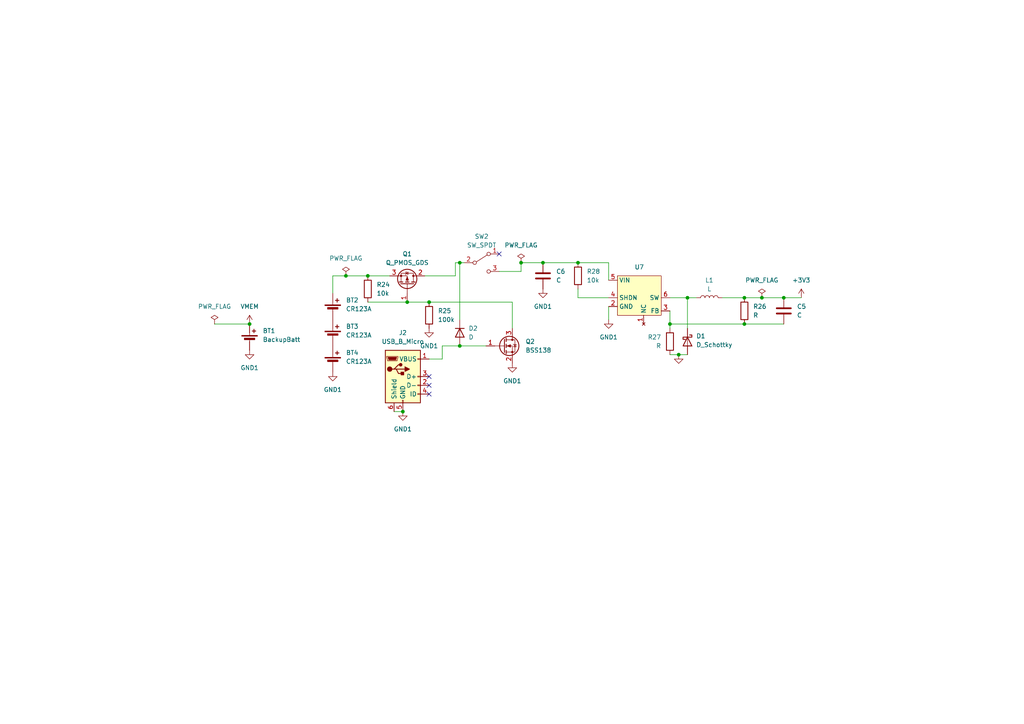
<source format=kicad_sch>
(kicad_sch (version 20230121) (generator eeschema)
  (paper "A4")
  (lib_symbols
    (symbol "Connector:USB_B_Micro" (pin_names (offset 1.016))
      (property "Reference" "J" (at -5.08 11.43 0))
      (property "Value" "USB_B_Micro" (at -5.08 8.89 0))
      (symbol "USB_B_Micro_0_1"
        (rectangle (start -5.08 -7.62) (end 5.08 7.62) (stroke (width 0.254)) (fill (type background)))
        (circle (center -3.81 2.159) (radius 0.635) (stroke (width 0.254)) (fill (type outline)))
        (circle (center -0.635 3.429) (radius 0.381) (stroke (width 0.254)) (fill (type outline)))
        (rectangle (start -0.127 -7.62) (end 0.127 -6.858))
        (polyline (pts (xy -1.905 2.159) (xy 0.635 2.159)) (stroke (width 0.254)))
        (polyline (pts (xy -3.175 2.159) (xy -2.54 2.159) (xy -1.27 3.429) (xy -0.635 3.429)) (stroke (width 0.254)))
        (polyline (pts (xy -2.54 2.159) (xy -1.905 2.159) (xy -1.27 0.889) (xy 0 0.889)) (stroke (width 0.254)))
        (polyline (pts (xy 0.635 2.794) (xy 0.635 1.524) (xy 1.905 2.159) (xy 0.635 2.794)) (stroke (width 0.254)) (fill (type outline)))
        (polyline (pts (xy -4.318 5.588) (xy -1.778 5.588) (xy -2.032 4.826) (xy -4.064 4.826) (xy -4.318 5.588)) (fill (type outline)))
        (polyline (pts (xy -4.699 5.842) (xy -4.699 5.588) (xy -4.445 4.826) (xy -4.445 4.572) (xy -1.651 4.572) (xy -1.651 4.826) (xy -1.397 5.588) (xy -1.397 5.842) (xy -4.699 5.842)))
        (rectangle (start 0.254 1.27) (end -0.508 0.508) (stroke (width 0.254)) (fill (type outline)))
        (rectangle (start 5.08 -5.207) (end 4.318 -4.953))
        (rectangle (start 5.08 -2.667) (end 4.318 -2.413))
        (rectangle (start 5.08 -0.127) (end 4.318 0.127))
        (rectangle (start 5.08 4.953) (end 4.318 5.207))
      )
      (symbol "USB_B_Micro_1_1"
        (pin power_out line (at 7.62 5.08 180) (length 2.54) (name "VBUS") (number "1"))
        (pin bidirectional line (at 7.62 -2.54 180) (length 2.54) (name "D-") (number "2"))
        (pin bidirectional line (at 7.62 0 180) (length 2.54) (name "D+") (number "3"))
        (pin passive line (at 7.62 -5.08 180) (length 2.54) (name "ID") (number "4"))
        (pin power_out line (at 0 -10.16 90) (length 2.54) (name "GND") (number "5"))
        (pin passive line (at -2.54 -10.16 90) (length 2.54) (name "Shield") (number "6"))
      )
    )
    (symbol "Device:Battery_Cell" (pin_numbers hide) (pin_names (offset 0) hide)
      (property "Reference" "BT" (at 2.54 2.54 0))
      (property "Value" "Battery_Cell" (at 2.54 0 0))
      (symbol "Battery_Cell_0_1"
        (rectangle (start -2.286 1.778) (end 2.286 1.524) (fill (type outline)))
        (rectangle (start -1.524 1.016) (end 1.524 0.508) (fill (type outline)))
        (polyline (pts (xy 0 0.762) (xy 0 0)))
        (polyline (pts (xy 0 1.778) (xy 0 2.54)))
        (polyline (pts (xy 0.762 3.048) (xy 1.778 3.048)) (stroke (width 0.254)))
        (polyline (pts (xy 1.27 3.556) (xy 1.27 2.54)) (stroke (width 0.254)))
      )
      (symbol "Battery_Cell_1_1"
        (pin passive line (at 0 5.08 270) (length 2.54) (name "+") (number "1"))
        (pin passive line (at 0 -2.54 90) (length 2.54) (name "-") (number "2"))
      )
    )
    (symbol "Device:C" (pin_numbers hide) (pin_names (offset 0.254))
      (property "Reference" "C" (at 0.635 2.54 0))
      (property "Value" "C" (at 0.635 -2.54 0))
      (symbol "C_0_1"
        (polyline (pts (xy -2.032 -0.762) (xy 2.032 -0.762)) (stroke (width 0.508)))
        (polyline (pts (xy -2.032 0.762) (xy 2.032 0.762)) (stroke (width 0.508)))
      )
      (symbol "C_1_1"
        (pin passive line (at 0 3.81 270) (length 2.794) (name "~") (number "1"))
        (pin passive line (at 0 -3.81 90) (length 2.794) (name "~") (number "2"))
      )
    )
    (symbol "Device:D" (pin_numbers hide) (pin_names (offset 1.016) hide)
      (property "Reference" "D" (at 0 2.54 0))
      (property "Value" "D" (at 0 -2.54 0))
      (symbol "D_0_1"
        (polyline (pts (xy -1.27 1.27) (xy -1.27 -1.27)) (stroke (width 0.254)))
        (polyline (pts (xy 1.27 0) (xy -1.27 0)))
        (polyline (pts (xy 1.27 1.27) (xy 1.27 -1.27) (xy -1.27 0) (xy 1.27 1.27)) (stroke (width 0.254)))
      )
      (symbol "D_1_1"
        (pin passive line (at -3.81 0 0) (length 2.54) (name "K") (number "1"))
        (pin passive line (at 3.81 0 180) (length 2.54) (name "A") (number "2"))
      )
    )
    (symbol "Device:D_Schottky" (pin_numbers hide) (pin_names (offset 1.016) hide)
      (property "Reference" "D" (at 0 2.54 0))
      (property "Value" "D_Schottky" (at 0 -2.54 0))
      (symbol "D_Schottky_0_1"
        (polyline (pts (xy 1.27 0) (xy -1.27 0)))
        (polyline (pts (xy 1.27 1.27) (xy 1.27 -1.27) (xy -1.27 0) (xy 1.27 1.27)) (stroke (width 0.254)))
        (polyline (pts (xy -1.905 0.635) (xy -1.905 1.27) (xy -1.27 1.27) (xy -1.27 -1.27) (xy -0.635 -1.27) (xy -0.635 -0.635)) (stroke (width 0.254)))
      )
      (symbol "D_Schottky_1_1"
        (pin passive line (at -3.81 0 0) (length 2.54) (name "K") (number "1"))
        (pin passive line (at 3.81 0 180) (length 2.54) (name "A") (number "2"))
      )
    )
    (symbol "Device:L" (pin_numbers hide) (pin_names (offset 1.016) hide)
      (property "Reference" "L" (at -1.27 0 90))
      (property "Value" "L" (at 1.905 0 90))
      (symbol "L_0_1"
        (arc (start 0 -2.54) (mid 0.6323 -1.905) (end 0 -1.27))
        (arc (start 0 -1.27) (mid 0.6323 -0.635) (end 0 0))
        (arc (start 0 0) (mid 0.6323 0.635) (end 0 1.27))
        (arc (start 0 1.27) (mid 0.6323 1.905) (end 0 2.54))
      )
      (symbol "L_1_1"
        (pin passive line (at 0 3.81 270) (length 1.27) (name "1") (number "1"))
        (pin passive line (at 0 -3.81 90) (length 1.27) (name "2") (number "2"))
      )
    )
    (symbol "Device:Q_PMOS_GDS" (pin_names (offset 0) hide)
      (property "Reference" "Q" (at 5.08 1.27 0))
      (property "Value" "Q_PMOS_GDS" (at 5.08 -1.27 0))
      (symbol "Q_PMOS_GDS_0_1"
        (polyline (pts (xy 0.254 0) (xy -2.54 0)))
        (polyline (pts (xy 0.254 1.905) (xy 0.254 -1.905)) (stroke (width 0.254)))
        (polyline (pts (xy 0.762 -1.27) (xy 0.762 -2.286)) (stroke (width 0.254)))
        (polyline (pts (xy 0.762 0.508) (xy 0.762 -0.508)) (stroke (width 0.254)))
        (polyline (pts (xy 0.762 2.286) (xy 0.762 1.27)) (stroke (width 0.254)))
        (polyline (pts (xy 2.54 2.54) (xy 2.54 1.778)))
        (polyline (pts (xy 2.54 -2.54) (xy 2.54 0) (xy 0.762 0)))
        (polyline (pts (xy 0.762 1.778) (xy 3.302 1.778) (xy 3.302 -1.778) (xy 0.762 -1.778)))
        (polyline (pts (xy 2.286 0) (xy 1.27 0.381) (xy 1.27 -0.381) (xy 2.286 0)) (fill (type outline)))
        (polyline (pts (xy 2.794 -0.508) (xy 2.921 -0.381) (xy 3.683 -0.381) (xy 3.81 -0.254)))
        (polyline (pts (xy 3.302 -0.381) (xy 2.921 0.254) (xy 3.683 0.254) (xy 3.302 -0.381)))
        (circle (center 1.651 0) (radius 2.794) (stroke (width 0.254)))
        (circle (center 2.54 -1.778) (radius 0.254) (fill (type outline)))
        (circle (center 2.54 1.778) (radius 0.254) (fill (type outline)))
      )
      (symbol "Q_PMOS_GDS_1_1"
        (pin input line (at -5.08 0 0) (length 2.54) (name "G") (number "1"))
        (pin passive line (at 2.54 5.08 270) (length 2.54) (name "D") (number "2"))
        (pin passive line (at 2.54 -5.08 90) (length 2.54) (name "S") (number "3"))
      )
    )
    (symbol "Device:R" (pin_numbers hide) (pin_names (offset 0))
      (property "Reference" "R" (at 2.032 0 90))
      (property "Value" "R" (at 0 0 90))
      (symbol "R_0_1"
        (rectangle (start -1.016 -2.54) (end 1.016 2.54) (stroke (width 0.254)))
      )
      (symbol "R_1_1"
        (pin passive line (at 0 3.81 270) (length 1.27) (name "~") (number "1"))
        (pin passive line (at 0 -3.81 90) (length 1.27) (name "~") (number "2"))
      )
    )
    (symbol "Switch:SW_SPDT" (pin_names (offset 0) hide)
      (property "Reference" "SW" (at 0 4.318 0))
      (property "Value" "SW_SPDT" (at 0 -5.08 0))
      (symbol "SW_SPDT_0_0"
        (circle (center -2.032 0) (radius 0.508))
        (circle (center 2.032 -2.54) (radius 0.508))
      )
      (symbol "SW_SPDT_0_1"
        (polyline (pts (xy -1.524 0.254) (xy 1.651 2.286)))
        (circle (center 2.032 2.54) (radius 0.508))
      )
      (symbol "SW_SPDT_1_1"
        (pin passive line (at 5.08 2.54 180) (length 2.54) (name "A") (number "1"))
        (pin passive line (at -5.08 0 0) (length 2.54) (name "B") (number "2"))
        (pin passive line (at 5.08 -2.54 180) (length 2.54) (name "C") (number "3"))
      )
    )
    (symbol "Transistor_FET:BSS138" (pin_names hide)
      (property "Reference" "Q" (at 5.08 1.905 0))
      (property "Value" "BSS138" (at 5.08 0 0))
      (symbol "BSS138_0_1"
        (polyline (pts (xy 0.254 0) (xy -2.54 0)))
        (polyline (pts (xy 0.254 1.905) (xy 0.254 -1.905)) (stroke (width 0.254)))
        (polyline (pts (xy 0.762 -1.27) (xy 0.762 -2.286)) (stroke (width 0.254)))
        (polyline (pts (xy 0.762 0.508) (xy 0.762 -0.508)) (stroke (width 0.254)))
        (polyline (pts (xy 0.762 2.286) (xy 0.762 1.27)) (stroke (width 0.254)))
        (polyline (pts (xy 2.54 2.54) (xy 2.54 1.778)))
        (polyline (pts (xy 2.54 -2.54) (xy 2.54 0) (xy 0.762 0)))
        (polyline (pts (xy 0.762 -1.778) (xy 3.302 -1.778) (xy 3.302 1.778) (xy 0.762 1.778)))
        (polyline (pts (xy 1.016 0) (xy 2.032 0.381) (xy 2.032 -0.381) (xy 1.016 0)) (fill (type outline)))
        (polyline (pts (xy 2.794 0.508) (xy 2.921 0.381) (xy 3.683 0.381) (xy 3.81 0.254)))
        (polyline (pts (xy 3.302 0.381) (xy 2.921 -0.254) (xy 3.683 -0.254) (xy 3.302 0.381)))
        (circle (center 1.651 0) (radius 2.794) (stroke (width 0.254)))
        (circle (center 2.54 -1.778) (radius 0.254) (fill (type outline)))
        (circle (center 2.54 1.778) (radius 0.254) (fill (type outline)))
      )
      (symbol "BSS138_1_1"
        (pin input line (at -5.08 0 0) (length 2.54) (name "G") (number "1"))
        (pin passive line (at 2.54 -5.08 90) (length 2.54) (name "S") (number "2"))
        (pin passive line (at 2.54 5.08 270) (length 2.54) (name "D") (number "3"))
      )
    )
    (symbol "balloon_lib:NJW1616F1-AT"
      (property "Reference" "U" (at 0 8.89 0))
      (symbol "NJW1616F1-AT_1_1"
        (rectangle (start -6.35 7.62) (end 6.35 -3.81) (fill (type background)))
        (pin no_connect line (at 1.27 -6.35 90) (length 2.54) (name "NC") (number "1"))
        (pin passive line (at -8.89 -1.27 0) (length 2.54) (name "GND") (number "2"))
        (pin input line (at 8.89 -2.54 180) (length 2.54) (name "FB") (number "3"))
        (pin input line (at -8.89 1.27 0) (length 2.54) (name "SHDN") (number "4"))
        (pin power_in line (at -8.89 6.35 0) (length 2.54) (name "VIN") (number "5"))
        (pin power_out line (at 8.89 1.27 180) (length 2.54) (name "SW") (number "6"))
      )
    )
    (symbol "power:+3V3" (power) (pin_names (offset 0))
      (property "Value" "+3V3" (at 0 3.556 0))
      (symbol "+3V3_0_1"
        (polyline (pts (xy -0.762 1.27) (xy 0 2.54)))
        (polyline (pts (xy 0 0) (xy 0 2.54)))
        (polyline (pts (xy 0 2.54) (xy 0.762 1.27)))
      )
      (symbol "+3V3_1_1"
        (pin power_in line (at 0 0 90) (length 0) hide (name "+3V3") (number "1"))
      )
    )
    (symbol "power:GND1" (power) (pin_names (offset 0))
      (property "Value" "GND1" (at 0 -3.81 0))
      (symbol "GND1_0_1"
        (polyline (pts (xy 0 0) (xy 0 -1.27) (xy 1.27 -1.27) (xy 0 -2.54) (xy -1.27 -1.27) (xy 0 -1.27)))
      )
      (symbol "GND1_1_1"
        (pin power_in line (at 0 0 270) (length 0) hide (name "GND1") (number "1"))
      )
    )
    (symbol "power:PWR_FLAG" (power) (pin_numbers hide) (pin_names (offset 0) hide)
      (property "Value" "PWR_FLAG" (at 0 3.81 0))
      (symbol "PWR_FLAG_0_0"
        (pin power_out line (at 0 0 90) (length 0) (name "pwr") (number "1"))
      )
      (symbol "PWR_FLAG_0_1"
        (polyline (pts (xy 0 0) (xy 0 1.27) (xy -1.016 1.905) (xy 0 2.54) (xy 1.016 1.905) (xy 0 1.27)))
      )
    )
    (symbol "power:VMEM" (power) (pin_names (offset 0))
      (property "Value" "VMEM" (at 0 3.81 0))
      (symbol "VMEM_0_1"
        (polyline (pts (xy -0.762 1.27) (xy 0 2.54)))
        (polyline (pts (xy 0 0) (xy 0 2.54)))
        (polyline (pts (xy 0 2.54) (xy 0.762 1.27)))
      )
      (symbol "VMEM_1_1"
        (pin power_in line (at 0 0 90) (length 0) hide (name "VMEM") (number "1"))
      )
    )
  )
  (junction (at 167.64 76.2))
  (junction (at 124.46 87.63))
  (junction (at 118.11 87.63))
  (junction (at 116.84 119.38))
  (junction (at 133.35 76.2))
  (junction (at 220.98 86.36))
  (junction (at 196.85 102.87))
  (junction (at 199.39 86.36))
  (junction (at 72.39 93.98))
  (junction (at 151.13 76.2))
  (junction (at 215.9 86.36))
  (junction (at 106.68 80.01))
  (junction (at 157.48 76.2))
  (junction (at 215.9 93.98))
  (junction (at 227.33 86.36))
  (junction (at 194.31 93.98))
  (junction (at 100.33 80.01))
  (junction (at 133.35 100.33))
  (no_connect (at 124.46 114.3))
  (no_connect (at 144.78 73.66))
  (no_connect (at 124.46 111.76))
  (no_connect (at 124.46 109.22))
  (wire (pts (xy 196.85 102.87) (xy 199.39 102.87)))
  (wire (pts (xy 176.53 92.71) (xy 176.53 88.9)))
  (wire (pts (xy 194.31 93.98) (xy 215.9 93.98)))
  (wire (pts (xy 167.64 86.36) (xy 176.53 86.36)))
  (wire (pts (xy 128.27 100.33) (xy 128.27 104.14)))
  (wire (pts (xy 201.93 86.36) (xy 199.39 86.36)))
  (wire (pts (xy 114.3 119.38) (xy 116.84 119.38)))
  (wire (pts (xy 132.08 80.01) (xy 132.08 76.2)))
  (wire (pts (xy 118.11 87.63) (xy 124.46 87.63)))
  (wire (pts (xy 194.31 102.87) (xy 196.85 102.87)))
  (wire (pts (xy 151.13 76.2) (xy 157.48 76.2)))
  (wire (pts (xy 194.31 93.98) (xy 194.31 95.25)))
  (wire (pts (xy 133.35 76.2) (xy 133.35 92.71)))
  (wire (pts (xy 209.55 86.36) (xy 215.9 86.36)))
  (wire (pts (xy 199.39 95.25) (xy 199.39 86.36)))
  (wire (pts (xy 133.35 76.2) (xy 134.62 76.2)))
  (wire (pts (xy 96.52 80.01) (xy 96.52 85.09)))
  (wire (pts (xy 123.19 80.01) (xy 132.08 80.01)))
  (wire (pts (xy 128.27 100.33) (xy 133.35 100.33)))
  (wire (pts (xy 215.9 93.98) (xy 227.33 93.98)))
  (wire (pts (xy 106.68 87.63) (xy 118.11 87.63)))
  (wire (pts (xy 167.64 76.2) (xy 176.53 76.2)))
  (wire (pts (xy 100.33 80.01) (xy 96.52 80.01)))
  (wire (pts (xy 106.68 80.01) (xy 113.03 80.01)))
  (wire (pts (xy 167.64 83.82) (xy 167.64 86.36)))
  (wire (pts (xy 199.39 86.36) (xy 194.31 86.36)))
  (wire (pts (xy 157.48 76.2) (xy 167.64 76.2)))
  (wire (pts (xy 151.13 78.74) (xy 151.13 76.2)))
  (wire (pts (xy 133.35 100.33) (xy 140.97 100.33)))
  (wire (pts (xy 194.31 90.17) (xy 194.31 93.98)))
  (wire (pts (xy 124.46 104.14) (xy 128.27 104.14)))
  (wire (pts (xy 132.08 76.2) (xy 133.35 76.2)))
  (wire (pts (xy 148.59 87.63) (xy 148.59 95.25)))
  (wire (pts (xy 220.98 86.36) (xy 227.33 86.36)))
  (wire (pts (xy 106.68 80.01) (xy 100.33 80.01)))
  (wire (pts (xy 176.53 76.2) (xy 176.53 81.28)))
  (wire (pts (xy 232.41 86.36) (xy 227.33 86.36)))
  (wire (pts (xy 144.78 78.74) (xy 151.13 78.74)))
  (wire (pts (xy 215.9 86.36) (xy 220.98 86.36)))
  (wire (pts (xy 62.23 93.98) (xy 72.39 93.98)))
  (wire (pts (xy 124.46 87.63) (xy 148.59 87.63)))
  (symbol (lib_id "Device:C") (at 157.48 80.01 0) (unit 1)
    (property "Reference" "C6" (at 161.29 78.74 0) (effects (justify left)))
    (property "Value" "C" (at 161.29 81.28 0) (effects (justify left)))
    (instances (project "balloon" (path "" (reference "C6") (unit 1)) (path "" (reference "C1") (unit 1))))
  )
  (symbol (lib_id "balloon_lib:NJW1616F1-AT") (at 185.42 87.63 0) (unit 1)
    (property "Reference" "U7" (at 185.42 77.47 0))
    (property "Value" "~" (at 184.15 86.36 0))
    (instances (project "balloon" (path "" (reference "U7") (unit 1)) (path "" (reference "U6") (unit 1))))
  )
  (symbol (lib_id "power:GND1") (at 116.84 119.38 0) (unit 1)
    (property "Reference" "#PWR022" (effects hide))
    (property "Value" "GND1" (at 116.84 124.46 0))
    (instances (project "balloon" (path "" (reference "#PWR022") (unit 1)) (path "" (reference "#PWR020") (unit 1))))
  )
  (symbol (lib_id "power:GND1") (at 148.59 105.41 0) (unit 1)
    (property "Reference" "#PWR020" (effects hide))
    (property "Value" "GND1" (at 148.59 110.49 0))
    (instances (project "balloon" (path "" (reference "#PWR020") (unit 1)) (path "" (reference "#PWR022") (unit 1))))
  )
  (symbol (lib_id "Device:Q_PMOS_GDS") (at 118.11 82.55 270) (mirror x) (unit 1)
    (property "Reference" "Q1" (at 118.11 73.66 90))
    (property "Value" "Q_PMOS_GDS" (at 118.11 76.2 90))
  )
  (symbol (lib_id "Device:D") (at 133.35 96.52 270) (unit 1)
    (property "Reference" "D2" (at 135.89 95.25 90) (effects (justify left)))
    (property "Value" "D" (at 135.89 97.79 90) (effects (justify left)))
    (property "Sim.Device" "D" (effects hide))
    (property "Sim.Pins" "1=K 2=A" (effects hide))
    (instances (project "balloon" (path "" (reference "D2") (unit 1)) (path "" (reference "D1") (unit 1))))
  )
  (symbol (lib_id "power:VMEM") (at 72.39 93.98 0) (unit 1)
    (property "Reference" "#PWR023" (effects hide))
    (property "Value" "VMEM" (at 72.39 88.9 0))
    (instances (project "balloon" (path "" (reference "#PWR023") (unit 1)) (path "" (reference "#PWR03") (unit 1))))
  )
  (symbol (lib_id "power:PWR_FLAG") (at 220.98 86.36 0) (unit 1)
    (property "Reference" "#FLG01" (effects hide))
    (property "Value" "PWR_FLAG" (at 220.98 81.28 0))
    (instances (project "balloon" (path "" (reference "#FLG01") (unit 1)) (path "" (reference "#FLG04") (unit 1))))
  )
  (symbol (lib_id "power:PWR_FLAG") (at 62.23 93.98 0) (unit 1)
    (property "Reference" "#FLG01" (effects hide))
    (property "Value" "PWR_FLAG" (at 62.23 88.9 0))
  )
  (symbol (lib_id "Device:R") (at 167.64 80.01 0) (unit 1)
    (property "Reference" "R28" (at 170.18 78.74 0) (effects (justify left)))
    (property "Value" "10k" (at 170.18 81.28 0) (effects (justify left)))
    (instances (project "balloon" (path "" (reference "R28") (unit 1)) (path "" (reference "R25") (unit 1))))
  )
  (symbol (lib_id "Device:Battery_Cell") (at 96.52 105.41 0) (unit 1)
    (property "Reference" "BT4" (at 100.33 102.2985 0) (effects (justify left)))
    (property "Value" "CR123A" (at 100.33 104.8385 0) (effects (justify left)))
  )
  (symbol (lib_id "power:+3V3") (at 232.41 86.36 0) (unit 1)
    (property "Reference" "#PWR030" (effects hide))
    (property "Value" "+3V3" (at 232.41 81.28 0))
    (instances (project "balloon" (path "" (reference "#PWR030") (unit 1)) (path "" (reference "#PWR029") (unit 1))))
  )
  (symbol (lib_id "Device:R") (at 215.9 90.17 0) (unit 1)
    (property "Reference" "R26" (at 218.44 88.9 0) (effects (justify left)))
    (property "Value" "R" (at 218.44 91.44 0) (effects (justify left)))
    (instances (project "balloon" (path "" (reference "R26") (unit 1)) (path "" (reference "R27") (unit 1))))
  )
  (symbol (lib_id "power:GND1") (at 196.85 102.87 0) (unit 1)
    (property "Reference" "#PWR028" (effects hide))
    (property "Value" "GND1" (effects hide))
  )
  (symbol (lib_id "power:PWR_FLAG") (at 151.13 76.2 0) (unit 1)
    (property "Reference" "#FLG01" (effects hide))
    (property "Value" "PWR_FLAG" (at 151.13 71.12 0))
    (instances (project "balloon" (path "" (reference "#FLG01") (unit 1)) (path "" (reference "#FLG03") (unit 1))))
  )
  (symbol (lib_id "power:GND1") (at 96.52 107.95 0) (unit 1)
    (property "Reference" "#PWR021" (effects hide))
    (property "Value" "GND1" (at 96.52 113.03 0))
    (instances (project "balloon" (path "" (reference "#PWR021") (unit 1)) (path "" (reference "#PWR019") (unit 1))))
  )
  (symbol (lib_id "Transistor_FET:BSS138") (at 146.05 100.33 0) (unit 1)
    (property "Reference" "Q2" (at 152.4 99.06 0) (effects (justify left)))
    (property "Value" "BSS138" (at 152.4 101.6 0) (effects (justify left)))
    (property "Footprint" "Package_TO_SOT_SMD:SOT-23" (effects hide))
    (property "Datasheet" "https://www.onsemi.com/pub/Collateral/BSS138-D.PDF" (effects hide))
  )
  (symbol (lib_id "Device:R") (at 124.46 91.44 0) (unit 1)
    (property "Reference" "R25" (at 127 90.17 0) (effects (justify left)))
    (property "Value" "100k" (at 127 92.71 0) (effects (justify left)))
    (instances (project "balloon" (path "" (reference "R25") (unit 1)) (path "" (reference "R24") (unit 1))))
  )
  (symbol (lib_id "Device:D_Schottky") (at 199.39 99.06 270) (unit 1)
    (property "Reference" "D1" (at 201.93 97.4725 90) (effects (justify left)))
    (property "Value" "D_Schottky" (at 201.93 100.0125 90) (effects (justify left)))
    (instances (project "balloon" (path "" (reference "D1") (unit 1)) (path "" (reference "D2") (unit 1))))
  )
  (symbol (lib_id "Device:Battery_Cell") (at 96.52 90.17 0) (unit 1)
    (property "Reference" "BT2" (at 100.33 87.0585 0) (effects (justify left)))
    (property "Value" "CR123A" (at 100.33 89.5985 0) (effects (justify left)))
  )
  (symbol (lib_id "power:GND1") (at 157.48 83.82 0) (unit 1)
    (property "Reference" "#PWR029" (effects hide))
    (property "Value" "GND1" (at 157.48 88.9 0))
    (instances (project "balloon" (path "" (reference "#PWR029") (unit 1)) (path "" (reference "#PWR023") (unit 1))))
  )
  (symbol (lib_id "Device:R") (at 194.31 99.06 0) (mirror y) (unit 1)
    (property "Reference" "R27" (at 191.77 97.79 0) (effects (justify left)))
    (property "Value" "R" (at 191.77 100.33 0) (effects (justify left)))
    (instances (project "balloon" (path "" (reference "R27") (unit 1)) (path "" (reference "R26") (unit 1))))
  )
  (symbol (lib_id "power:GND1") (at 176.53 92.71 0) (unit 1)
    (property "Reference" "#PWR027" (effects hide))
    (property "Value" "GND1" (at 176.53 97.79 0))
    (instances (project "balloon" (path "" (reference "#PWR027") (unit 1)) (path "" (reference "#PWR025") (unit 1))))
  )
  (symbol (lib_id "Device:Battery_Cell") (at 72.39 99.06 0) (unit 1)
    (property "Reference" "BT1" (at 76.2 95.9485 0) (effects (justify left)))
    (property "Value" "BackupBatt" (at 76.2 98.4885 0) (effects (justify left)))
  )
  (symbol (lib_id "Device:L") (at 205.74 86.36 90) (unit 1)
    (property "Reference" "L1" (at 205.74 81.28 90))
    (property "Value" "L" (at 205.74 83.82 90))
  )
  (symbol (lib_id "Device:Battery_Cell") (at 96.52 97.79 0) (unit 1)
    (property "Reference" "BT3" (at 100.33 94.6785 0) (effects (justify left)))
    (property "Value" "CR123A" (at 100.33 97.2185 0) (effects (justify left)))
  )
  (symbol (lib_id "Connector:USB_B_Micro") (at 116.84 109.22 0) (unit 1)
    (property "Reference" "J2" (at 116.84 96.52 0))
    (property "Value" "USB_B_Micro" (at 116.84 99.06 0))
  )
  (symbol (lib_id "Device:R") (at 106.68 83.82 0) (unit 1)
    (property "Reference" "R24" (at 109.22 82.55 0) (effects (justify left)))
    (property "Value" "10k" (at 109.22 85.09 0) (effects (justify left)))
    (instances (project "balloon" (path "" (reference "R24") (unit 1)) (path "" (reference "R23") (unit 1))))
  )
  (symbol (lib_id "power:GND1") (at 124.46 95.25 0) (unit 1)
    (property "Reference" "#PWR026" (effects hide))
    (property "Value" "GND1" (at 124.46 100.33 0))
    (instances (project "balloon" (path "" (reference "#PWR026") (unit 1)) (path "" (reference "#PWR021") (unit 1))))
  )
  (symbol (lib_id "power:GND1") (at 72.39 101.6 0) (unit 1)
    (property "Reference" "#PWR019" (effects hide))
    (property "Value" "GND1" (at 72.39 106.68 0))
    (instances (project "balloon" (path "" (reference "#PWR019") (unit 1)) (path "" (reference "#PWR04") (unit 1))))
  )
  (symbol (lib_id "power:PWR_FLAG") (at 100.33 80.01 0) (unit 1)
    (property "Reference" "#FLG01" (effects hide))
    (property "Value" "PWR_FLAG" (at 100.33 74.93 0))
    (instances (project "balloon" (path "" (reference "#FLG01") (unit 1)) (path "" (reference "#FLG02") (unit 1))))
  )
  (symbol (lib_id "Switch:SW_SPDT") (at 139.7 76.2 0) (unit 1)
    (property "Reference" "SW2" (at 139.7 68.58 0))
    (property "Value" "SW_SPDT" (at 139.7 71.12 0))
  )
  (symbol (lib_id "Device:C") (at 227.33 90.17 0) (unit 1)
    (property "Reference" "C5" (at 231.14 88.9 0) (effects (justify left)))
    (property "Value" "C" (at 231.14 91.44 0) (effects (justify left)))
    (instances (project "balloon" (path "" (reference "C5") (unit 1)) (path "" (reference "C6") (unit 1))))
  )
)
</source>
